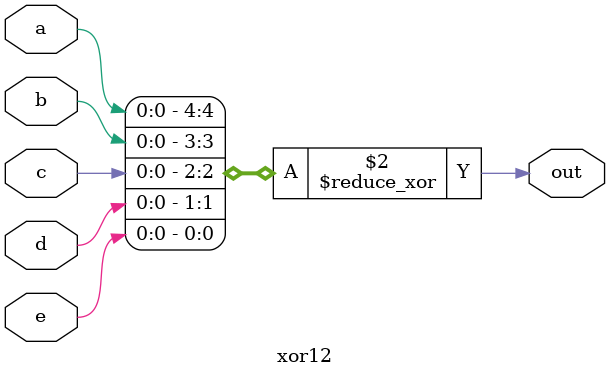
<source format=v>
module xor12 (
  input a,
  input b,
  input c,
  input d,
  input e,
  output reg out
);

    always @(*) begin
        out = (^{a,b,c,d,e}); // XNOR using built-in operator
    end
    
    
endmodule

</source>
